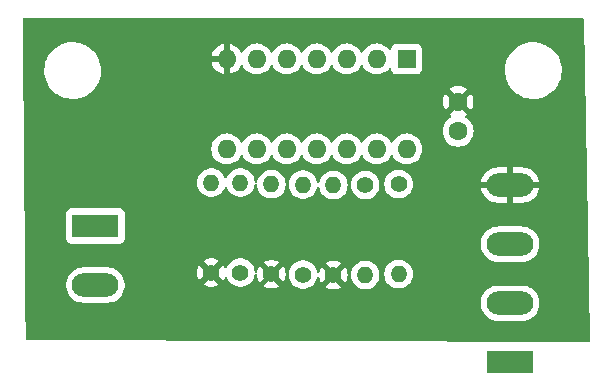
<source format=gbr>
%TF.GenerationSoftware,KiCad,Pcbnew,7.0.8*%
%TF.CreationDate,2024-05-03T13:39:42+02:00*%
%TF.ProjectId,menelaos-fix,6d656e65-6c61-46f7-932d-6669782e6b69,rev?*%
%TF.SameCoordinates,Original*%
%TF.FileFunction,Copper,L2,Bot*%
%TF.FilePolarity,Positive*%
%FSLAX46Y46*%
G04 Gerber Fmt 4.6, Leading zero omitted, Abs format (unit mm)*
G04 Created by KiCad (PCBNEW 7.0.8) date 2024-05-03 13:39:42*
%MOMM*%
%LPD*%
G01*
G04 APERTURE LIST*
%TA.AperFunction,ComponentPad*%
%ADD10C,1.400000*%
%TD*%
%TA.AperFunction,ComponentPad*%
%ADD11O,1.400000X1.400000*%
%TD*%
%TA.AperFunction,ComponentPad*%
%ADD12R,3.960000X1.980000*%
%TD*%
%TA.AperFunction,ComponentPad*%
%ADD13O,3.960000X1.980000*%
%TD*%
%TA.AperFunction,ComponentPad*%
%ADD14C,1.600000*%
%TD*%
%TA.AperFunction,ComponentPad*%
%ADD15R,1.600000X1.600000*%
%TD*%
%TA.AperFunction,ComponentPad*%
%ADD16O,1.600000X1.600000*%
%TD*%
G04 APERTURE END LIST*
D10*
%TO.P,R101,1*%
%TO.N,+6V*%
X223060000Y-74590000D03*
D11*
%TO.P,R101,2*%
%TO.N,/12V_IN*%
X223060000Y-82210000D03*
%TD*%
D12*
%TO.P,J101,1,Pin_1*%
%TO.N,/12V_IN*%
X232500000Y-89670000D03*
D13*
%TO.P,J101,2,Pin_2*%
%TO.N,/ch_A-IN*%
X232500000Y-84670000D03*
%TO.P,J101,3,Pin_3*%
%TO.N,/ch_B-IN*%
X232500000Y-79670000D03*
%TO.P,J101,4,Pin_4*%
%TO.N,GND*%
X232500000Y-74670000D03*
%TD*%
D14*
%TO.P,C101,1*%
%TO.N,+6V*%
X228100000Y-70110000D03*
%TO.P,C101,2*%
%TO.N,GND*%
X228100000Y-67610000D03*
%TD*%
D10*
%TO.P,R105,1*%
%TO.N,/ch_A-IN*%
X214970000Y-82250000D03*
D11*
%TO.P,R105,2*%
%TO.N,/SCHMITT_A_IN*%
X214970000Y-74630000D03*
%TD*%
D10*
%TO.P,R103,1*%
%TO.N,GND*%
X217550000Y-82290000D03*
D11*
%TO.P,R103,2*%
%TO.N,+6V*%
X217550000Y-74670000D03*
%TD*%
D15*
%TO.P,U101,1*%
%TO.N,/SCHMITT_A_IN*%
X223750000Y-63990000D03*
D16*
%TO.P,U101,2*%
%TO.N,/ch_A-OUT*%
X221210000Y-63990000D03*
%TO.P,U101,3*%
%TO.N,/SCHMITT_B_IN*%
X218670000Y-63990000D03*
%TO.P,U101,4*%
%TO.N,/ch_B-OUT*%
X216130000Y-63990000D03*
%TO.P,U101,5*%
%TO.N,unconnected-(U101-Pad5)*%
X213590000Y-63990000D03*
%TO.P,U101,6*%
%TO.N,unconnected-(U101-Pad6)*%
X211050000Y-63990000D03*
%TO.P,U101,7,GND*%
%TO.N,GND*%
X208510000Y-63990000D03*
%TO.P,U101,8*%
%TO.N,unconnected-(U101-Pad8)*%
X208510000Y-71610000D03*
%TO.P,U101,9*%
%TO.N,unconnected-(U101-Pad9)*%
X211050000Y-71610000D03*
%TO.P,U101,10*%
%TO.N,unconnected-(U101-Pad10)*%
X213590000Y-71610000D03*
%TO.P,U101,11*%
%TO.N,unconnected-(U101-Pad11)*%
X216130000Y-71610000D03*
%TO.P,U101,12*%
%TO.N,unconnected-(U101-Pad12)*%
X218670000Y-71610000D03*
%TO.P,U101,13*%
%TO.N,unconnected-(U101-Pad13)*%
X221210000Y-71610000D03*
%TO.P,U101,14,VCC*%
%TO.N,+6V*%
X223750000Y-71610000D03*
%TD*%
D10*
%TO.P,R102,1*%
%TO.N,+6V*%
X220240000Y-74660000D03*
D11*
%TO.P,R102,2*%
%TO.N,/12V_IN*%
X220240000Y-82280000D03*
%TD*%
D12*
%TO.P,J102,1,Pin_1*%
%TO.N,/ch_A-OUT*%
X197400000Y-78140000D03*
D13*
%TO.P,J102,2,Pin_2*%
%TO.N,/ch_B-OUT*%
X197400000Y-83140000D03*
%TD*%
D10*
%TO.P,R104,1*%
%TO.N,/ch_B-IN*%
X209670000Y-82080000D03*
D11*
%TO.P,R104,2*%
%TO.N,/SCHMITT_B_IN*%
X209670000Y-74460000D03*
%TD*%
D10*
%TO.P,R107,1*%
%TO.N,GND*%
X212300000Y-82220000D03*
D11*
%TO.P,R107,2*%
%TO.N,/SCHMITT_A_IN*%
X212300000Y-74600000D03*
%TD*%
D10*
%TO.P,R106,1*%
%TO.N,GND*%
X207200000Y-82090000D03*
D11*
%TO.P,R106,2*%
%TO.N,/SCHMITT_B_IN*%
X207200000Y-74470000D03*
%TD*%
%TA.AperFunction,Conductor*%
%TO.N,GND*%
G36*
X238695273Y-60519685D02*
G01*
X238741028Y-60572489D01*
X238752213Y-60621743D01*
X238989050Y-73647761D01*
X239247692Y-87873083D01*
X239229229Y-87940469D01*
X239177265Y-87987176D01*
X239123063Y-87999335D01*
X191622224Y-87750639D01*
X191555288Y-87730604D01*
X191509810Y-87677561D01*
X191498878Y-87627782D01*
X191472876Y-84793504D01*
X230019500Y-84793504D01*
X230060157Y-85037153D01*
X230140359Y-85270771D01*
X230140362Y-85270780D01*
X230257928Y-85488022D01*
X230257932Y-85488028D01*
X230409639Y-85682941D01*
X230409641Y-85682943D01*
X230409645Y-85682948D01*
X230591379Y-85850245D01*
X230798169Y-85985348D01*
X231024377Y-86084572D01*
X231263831Y-86145210D01*
X231448355Y-86160500D01*
X231448357Y-86160500D01*
X233551643Y-86160500D01*
X233551645Y-86160500D01*
X233736169Y-86145210D01*
X233975623Y-86084572D01*
X234201831Y-85985348D01*
X234408621Y-85850245D01*
X234590355Y-85682948D01*
X234742073Y-85488020D01*
X234859638Y-85270779D01*
X234939843Y-85037150D01*
X234980500Y-84793506D01*
X234980500Y-84546494D01*
X234939843Y-84302850D01*
X234859638Y-84069221D01*
X234742073Y-83851980D01*
X234742071Y-83851977D01*
X234742067Y-83851971D01*
X234590360Y-83657058D01*
X234590357Y-83657055D01*
X234590355Y-83657052D01*
X234408621Y-83489755D01*
X234408618Y-83489753D01*
X234408617Y-83489752D01*
X234301853Y-83420000D01*
X234201831Y-83354652D01*
X234201828Y-83354650D01*
X234201827Y-83354650D01*
X233975623Y-83255428D01*
X233913187Y-83239617D01*
X233736169Y-83194790D01*
X233736168Y-83194789D01*
X233736165Y-83194789D01*
X233588297Y-83182537D01*
X233551645Y-83179500D01*
X231448355Y-83179500D01*
X231415014Y-83182262D01*
X231263834Y-83194789D01*
X231024376Y-83255428D01*
X230798172Y-83354650D01*
X230591382Y-83489752D01*
X230409642Y-83657055D01*
X230409639Y-83657058D01*
X230257932Y-83851971D01*
X230257928Y-83851977D01*
X230140362Y-84069219D01*
X230140359Y-84069228D01*
X230060157Y-84302846D01*
X230019500Y-84546495D01*
X230019500Y-84793504D01*
X191472876Y-84793504D01*
X191458839Y-83263506D01*
X194919500Y-83263506D01*
X194923921Y-83290000D01*
X194960157Y-83507153D01*
X195040359Y-83740771D01*
X195040362Y-83740780D01*
X195157928Y-83958022D01*
X195157932Y-83958028D01*
X195309639Y-84152941D01*
X195309641Y-84152943D01*
X195309645Y-84152948D01*
X195491379Y-84320245D01*
X195698169Y-84455348D01*
X195924377Y-84554572D01*
X196163831Y-84615210D01*
X196348355Y-84630500D01*
X196348357Y-84630500D01*
X198451643Y-84630500D01*
X198451645Y-84630500D01*
X198636169Y-84615210D01*
X198875623Y-84554572D01*
X199101831Y-84455348D01*
X199308621Y-84320245D01*
X199490355Y-84152948D01*
X199642073Y-83958020D01*
X199759638Y-83740779D01*
X199839843Y-83507150D01*
X199880500Y-83263506D01*
X199880500Y-83096880D01*
X206546672Y-83096880D01*
X206662821Y-83168797D01*
X206662822Y-83168798D01*
X206870195Y-83249134D01*
X207088807Y-83290000D01*
X207311193Y-83290000D01*
X207529809Y-83249133D01*
X207737168Y-83168801D01*
X207737181Y-83168795D01*
X207853326Y-83096879D01*
X207200001Y-82443553D01*
X207200000Y-82443553D01*
X206546672Y-83096879D01*
X206546672Y-83096880D01*
X199880500Y-83096880D01*
X199880500Y-83016494D01*
X199839843Y-82772850D01*
X199759638Y-82539221D01*
X199642073Y-82321980D01*
X199642071Y-82321977D01*
X199642067Y-82321971D01*
X199490360Y-82127058D01*
X199490357Y-82127055D01*
X199490355Y-82127052D01*
X199450106Y-82090000D01*
X205994859Y-82090000D01*
X206015378Y-82311439D01*
X206076240Y-82525350D01*
X206175369Y-82724428D01*
X206191137Y-82745308D01*
X206191138Y-82745308D01*
X206817145Y-82119302D01*
X206846372Y-82119302D01*
X206875047Y-82232538D01*
X206938936Y-82330327D01*
X207031115Y-82402072D01*
X207141595Y-82440000D01*
X207229005Y-82440000D01*
X207315216Y-82425614D01*
X207417947Y-82370019D01*
X207497060Y-82284079D01*
X207543982Y-82177108D01*
X207551200Y-82090000D01*
X207553553Y-82090000D01*
X208208861Y-82745308D01*
X208224631Y-82724425D01*
X208224636Y-82724418D01*
X208326210Y-82520429D01*
X208373712Y-82469192D01*
X208441375Y-82451770D01*
X208507716Y-82473695D01*
X208548210Y-82520428D01*
X208644938Y-82714683D01*
X208644943Y-82714691D01*
X208779020Y-82892238D01*
X208943437Y-83042123D01*
X208943439Y-83042125D01*
X209132595Y-83159245D01*
X209132596Y-83159245D01*
X209132599Y-83159247D01*
X209340060Y-83239618D01*
X209558757Y-83280500D01*
X209558759Y-83280500D01*
X209781241Y-83280500D01*
X209781243Y-83280500D01*
X209999940Y-83239618D01*
X210032820Y-83226880D01*
X211646672Y-83226880D01*
X211762821Y-83298797D01*
X211762822Y-83298798D01*
X211970195Y-83379134D01*
X212188807Y-83420000D01*
X212411193Y-83420000D01*
X212629809Y-83379133D01*
X212837168Y-83298801D01*
X212837181Y-83298795D01*
X212953326Y-83226879D01*
X212300001Y-82573553D01*
X212300000Y-82573553D01*
X211646672Y-83226879D01*
X211646672Y-83226880D01*
X210032820Y-83226880D01*
X210207401Y-83159247D01*
X210396562Y-83042124D01*
X210560981Y-82892236D01*
X210695058Y-82714689D01*
X210794229Y-82515528D01*
X210855115Y-82301536D01*
X210855292Y-82299616D01*
X210855634Y-82298755D01*
X210856169Y-82295898D01*
X210856727Y-82296002D01*
X210881072Y-82234679D01*
X210937868Y-82193986D01*
X211007649Y-82190459D01*
X211068259Y-82225218D01*
X211100455Y-82287228D01*
X211102235Y-82299606D01*
X211115378Y-82441439D01*
X211176240Y-82655350D01*
X211275369Y-82854428D01*
X211291137Y-82875308D01*
X211291138Y-82875308D01*
X211917145Y-82249302D01*
X211946372Y-82249302D01*
X211975047Y-82362538D01*
X212038936Y-82460327D01*
X212131115Y-82532072D01*
X212241595Y-82570000D01*
X212329005Y-82570000D01*
X212415216Y-82555614D01*
X212517947Y-82500019D01*
X212597060Y-82414079D01*
X212643982Y-82307108D01*
X212651200Y-82220000D01*
X212653553Y-82220000D01*
X213308861Y-82875308D01*
X213324631Y-82854425D01*
X213324633Y-82854422D01*
X213423759Y-82655350D01*
X213484621Y-82441439D01*
X213502361Y-82250000D01*
X213764357Y-82250000D01*
X213784884Y-82471535D01*
X213784885Y-82471537D01*
X213845769Y-82685523D01*
X213845775Y-82685538D01*
X213944938Y-82884683D01*
X213944943Y-82884691D01*
X214079020Y-83062238D01*
X214243437Y-83212123D01*
X214243439Y-83212125D01*
X214432595Y-83329245D01*
X214432596Y-83329245D01*
X214432599Y-83329247D01*
X214640060Y-83409618D01*
X214858757Y-83450500D01*
X214858759Y-83450500D01*
X215081241Y-83450500D01*
X215081243Y-83450500D01*
X215299940Y-83409618D01*
X215507401Y-83329247D01*
X215559676Y-83296880D01*
X216896672Y-83296880D01*
X217012821Y-83368797D01*
X217012822Y-83368798D01*
X217220195Y-83449134D01*
X217438807Y-83490000D01*
X217661193Y-83490000D01*
X217879809Y-83449133D01*
X218087168Y-83368801D01*
X218087181Y-83368795D01*
X218203326Y-83296879D01*
X217550001Y-82643553D01*
X217550000Y-82643553D01*
X216896672Y-83296879D01*
X216896672Y-83296880D01*
X215559676Y-83296880D01*
X215696562Y-83212124D01*
X215860981Y-83062236D01*
X215995058Y-82884689D01*
X216094229Y-82685528D01*
X216135303Y-82541164D01*
X216172582Y-82482073D01*
X216235891Y-82452515D01*
X216305131Y-82461877D01*
X216358317Y-82507186D01*
X216373836Y-82541166D01*
X216426240Y-82725350D01*
X216525369Y-82924428D01*
X216541137Y-82945308D01*
X216541138Y-82945308D01*
X217167145Y-82319302D01*
X217196372Y-82319302D01*
X217225047Y-82432538D01*
X217288936Y-82530327D01*
X217381115Y-82602072D01*
X217491595Y-82640000D01*
X217579005Y-82640000D01*
X217665216Y-82625614D01*
X217767947Y-82570019D01*
X217847060Y-82484079D01*
X217893982Y-82377108D01*
X217901200Y-82290000D01*
X217903553Y-82290000D01*
X218558861Y-82945308D01*
X218574631Y-82924425D01*
X218574633Y-82924422D01*
X218673759Y-82725350D01*
X218734621Y-82511439D01*
X218755141Y-82290000D01*
X218755141Y-82289999D01*
X218754214Y-82280000D01*
X219034357Y-82280000D01*
X219054884Y-82501535D01*
X219054885Y-82501537D01*
X219115769Y-82715523D01*
X219115775Y-82715538D01*
X219214938Y-82914683D01*
X219214943Y-82914691D01*
X219349020Y-83092238D01*
X219513437Y-83242123D01*
X219513439Y-83242125D01*
X219702595Y-83359245D01*
X219702596Y-83359245D01*
X219702599Y-83359247D01*
X219910060Y-83439618D01*
X220128757Y-83480500D01*
X220128759Y-83480500D01*
X220351241Y-83480500D01*
X220351243Y-83480500D01*
X220569940Y-83439618D01*
X220777401Y-83359247D01*
X220966562Y-83242124D01*
X221130981Y-83092236D01*
X221265058Y-82914689D01*
X221364229Y-82715528D01*
X221425115Y-82501536D01*
X221445643Y-82280000D01*
X221443854Y-82260698D01*
X221439156Y-82210000D01*
X221854357Y-82210000D01*
X221874884Y-82431535D01*
X221874885Y-82431537D01*
X221935769Y-82645523D01*
X221935775Y-82645538D01*
X222034938Y-82844683D01*
X222034943Y-82844691D01*
X222169020Y-83022238D01*
X222245805Y-83092236D01*
X222329788Y-83168797D01*
X222333437Y-83172123D01*
X222333439Y-83172125D01*
X222522595Y-83289245D01*
X222522596Y-83289245D01*
X222522599Y-83289247D01*
X222730060Y-83369618D01*
X222948757Y-83410500D01*
X222948759Y-83410500D01*
X223171241Y-83410500D01*
X223171243Y-83410500D01*
X223389940Y-83369618D01*
X223597401Y-83289247D01*
X223786562Y-83172124D01*
X223950981Y-83022236D01*
X224085058Y-82844689D01*
X224184229Y-82645528D01*
X224245115Y-82431536D01*
X224265643Y-82210000D01*
X224263854Y-82190698D01*
X224245115Y-81988464D01*
X224245114Y-81988462D01*
X224242613Y-81979673D01*
X224184229Y-81774472D01*
X224184224Y-81774461D01*
X224085061Y-81575316D01*
X224085056Y-81575308D01*
X223950979Y-81397761D01*
X223786562Y-81247876D01*
X223786560Y-81247874D01*
X223597404Y-81130754D01*
X223597398Y-81130752D01*
X223570630Y-81120382D01*
X223389940Y-81050382D01*
X223171243Y-81009500D01*
X222948757Y-81009500D01*
X222730060Y-81050382D01*
X222598864Y-81101207D01*
X222522601Y-81130752D01*
X222522595Y-81130754D01*
X222333439Y-81247874D01*
X222333437Y-81247876D01*
X222169020Y-81397761D01*
X222034943Y-81575308D01*
X222034938Y-81575316D01*
X221935775Y-81774461D01*
X221935769Y-81774476D01*
X221874885Y-81988462D01*
X221874884Y-81988464D01*
X221854357Y-82209999D01*
X221854357Y-82210000D01*
X221439156Y-82210000D01*
X221425115Y-82058464D01*
X221425114Y-82058462D01*
X221424961Y-82057925D01*
X221364229Y-81844472D01*
X221349291Y-81814472D01*
X221265061Y-81645316D01*
X221265056Y-81645308D01*
X221130979Y-81467761D01*
X220966562Y-81317876D01*
X220966560Y-81317874D01*
X220777404Y-81200754D01*
X220777398Y-81200752D01*
X220569940Y-81120382D01*
X220351243Y-81079500D01*
X220128757Y-81079500D01*
X219910060Y-81120382D01*
X219856318Y-81141202D01*
X219702601Y-81200752D01*
X219702595Y-81200754D01*
X219513439Y-81317874D01*
X219513437Y-81317876D01*
X219349020Y-81467761D01*
X219214943Y-81645308D01*
X219214938Y-81645316D01*
X219115775Y-81844461D01*
X219115769Y-81844476D01*
X219054885Y-82058462D01*
X219054884Y-82058464D01*
X219034357Y-82279999D01*
X219034357Y-82280000D01*
X218754214Y-82280000D01*
X218734621Y-82068560D01*
X218673759Y-81854649D01*
X218574635Y-81655580D01*
X218574630Y-81655572D01*
X218558860Y-81634690D01*
X217903553Y-82289999D01*
X217903553Y-82290000D01*
X217901200Y-82290000D01*
X217903628Y-82260698D01*
X217874953Y-82147462D01*
X217811064Y-82049673D01*
X217718885Y-81977928D01*
X217608405Y-81940000D01*
X217520995Y-81940000D01*
X217434784Y-81954386D01*
X217332053Y-82009981D01*
X217252940Y-82095921D01*
X217206018Y-82202892D01*
X217196372Y-82319302D01*
X217167145Y-82319302D01*
X217196447Y-82290000D01*
X216541138Y-81634691D01*
X216541137Y-81634691D01*
X216525368Y-81655574D01*
X216426239Y-81854651D01*
X216426236Y-81854657D01*
X216385216Y-81998832D01*
X216347937Y-82057925D01*
X216284628Y-82087483D01*
X216215388Y-82078121D01*
X216162202Y-82032812D01*
X216146684Y-81998832D01*
X216128934Y-81936447D01*
X216094229Y-81814472D01*
X216079379Y-81784649D01*
X215995061Y-81615316D01*
X215995056Y-81615308D01*
X215860979Y-81437761D01*
X215696562Y-81287876D01*
X215696560Y-81287874D01*
X215688880Y-81283119D01*
X216896671Y-81283119D01*
X217550000Y-81936447D01*
X217550001Y-81936447D01*
X218203327Y-81283119D01*
X218087178Y-81211202D01*
X218087177Y-81211201D01*
X217879804Y-81130865D01*
X217661193Y-81090000D01*
X217438807Y-81090000D01*
X217220195Y-81130865D01*
X217012824Y-81211200D01*
X217012823Y-81211201D01*
X216896671Y-81283119D01*
X215688880Y-81283119D01*
X215507404Y-81170754D01*
X215507398Y-81170752D01*
X215299940Y-81090382D01*
X215081243Y-81049500D01*
X214858757Y-81049500D01*
X214640060Y-81090382D01*
X214535853Y-81130752D01*
X214432601Y-81170752D01*
X214432595Y-81170754D01*
X214243439Y-81287874D01*
X214243437Y-81287876D01*
X214079020Y-81437761D01*
X213944943Y-81615308D01*
X213944938Y-81615316D01*
X213845775Y-81814461D01*
X213845769Y-81814476D01*
X213784885Y-82028462D01*
X213784884Y-82028464D01*
X213764357Y-82249999D01*
X213764357Y-82250000D01*
X213502361Y-82250000D01*
X213505141Y-82220000D01*
X213505141Y-82219999D01*
X213484621Y-81998560D01*
X213423759Y-81784649D01*
X213324635Y-81585580D01*
X213324630Y-81585572D01*
X213308860Y-81564690D01*
X212653553Y-82219999D01*
X212653553Y-82220000D01*
X212651200Y-82220000D01*
X212653628Y-82190698D01*
X212624953Y-82077462D01*
X212561064Y-81979673D01*
X212468885Y-81907928D01*
X212358405Y-81870000D01*
X212270995Y-81870000D01*
X212184784Y-81884386D01*
X212082053Y-81939981D01*
X212002940Y-82025921D01*
X211956018Y-82132892D01*
X211946372Y-82249302D01*
X211917145Y-82249302D01*
X211946447Y-82220000D01*
X211291138Y-81564691D01*
X211291137Y-81564691D01*
X211275368Y-81585574D01*
X211176240Y-81784649D01*
X211115377Y-81998562D01*
X211115207Y-82000405D01*
X211114878Y-82001230D01*
X211114325Y-82004194D01*
X211113745Y-82004085D01*
X211089415Y-82065340D01*
X211032611Y-82106023D01*
X210962830Y-82109536D01*
X210902226Y-82074766D01*
X210870042Y-82012750D01*
X210868267Y-82000404D01*
X210855115Y-81858464D01*
X210794229Y-81644472D01*
X210789359Y-81634691D01*
X210695061Y-81445316D01*
X210695056Y-81445308D01*
X210560979Y-81267761D01*
X210501039Y-81213119D01*
X211646671Y-81213119D01*
X212300000Y-81866447D01*
X212300001Y-81866447D01*
X212953327Y-81213119D01*
X212837178Y-81141202D01*
X212837177Y-81141201D01*
X212629804Y-81060865D01*
X212411193Y-81020000D01*
X212188807Y-81020000D01*
X211970195Y-81060865D01*
X211762824Y-81141200D01*
X211762823Y-81141201D01*
X211646671Y-81213119D01*
X210501039Y-81213119D01*
X210396562Y-81117876D01*
X210396560Y-81117874D01*
X210207404Y-81000754D01*
X210207398Y-81000752D01*
X209999940Y-80920382D01*
X209781243Y-80879500D01*
X209558757Y-80879500D01*
X209340060Y-80920382D01*
X209208864Y-80971207D01*
X209132601Y-81000752D01*
X209132595Y-81000754D01*
X208943439Y-81117874D01*
X208943437Y-81117876D01*
X208779020Y-81267761D01*
X208644943Y-81445308D01*
X208644938Y-81445316D01*
X208543231Y-81649571D01*
X208495728Y-81700808D01*
X208428065Y-81718229D01*
X208361725Y-81696303D01*
X208321231Y-81649571D01*
X208224635Y-81455580D01*
X208224630Y-81455572D01*
X208208860Y-81434690D01*
X207553553Y-82089999D01*
X207553553Y-82090000D01*
X207551200Y-82090000D01*
X207553628Y-82060698D01*
X207524953Y-81947462D01*
X207461064Y-81849673D01*
X207368885Y-81777928D01*
X207258405Y-81740000D01*
X207170995Y-81740000D01*
X207084784Y-81754386D01*
X206982053Y-81809981D01*
X206902940Y-81895921D01*
X206856018Y-82002892D01*
X206846372Y-82119302D01*
X206817145Y-82119302D01*
X206846447Y-82090000D01*
X206191138Y-81434691D01*
X206191137Y-81434691D01*
X206175368Y-81455574D01*
X206076240Y-81654649D01*
X206015378Y-81868560D01*
X205994859Y-82089999D01*
X205994859Y-82090000D01*
X199450106Y-82090000D01*
X199308621Y-81959755D01*
X199308618Y-81959753D01*
X199308617Y-81959752D01*
X199169037Y-81868560D01*
X199101831Y-81824652D01*
X199101828Y-81824650D01*
X199101827Y-81824650D01*
X198875623Y-81725428D01*
X198636165Y-81664789D01*
X198488297Y-81652537D01*
X198451645Y-81649500D01*
X196348355Y-81649500D01*
X196315014Y-81652262D01*
X196163834Y-81664789D01*
X195924376Y-81725428D01*
X195698172Y-81824650D01*
X195491382Y-81959752D01*
X195400512Y-82043403D01*
X195343463Y-82095921D01*
X195309642Y-82127055D01*
X195309639Y-82127058D01*
X195157932Y-82321971D01*
X195157928Y-82321977D01*
X195040362Y-82539219D01*
X195040359Y-82539228D01*
X194960157Y-82772846D01*
X194934863Y-82924428D01*
X194919500Y-83016494D01*
X194919500Y-83263506D01*
X191458839Y-83263506D01*
X191438835Y-81083119D01*
X206546671Y-81083119D01*
X207200000Y-81736447D01*
X207200001Y-81736447D01*
X207853327Y-81083119D01*
X207737178Y-81011202D01*
X207737177Y-81011201D01*
X207529804Y-80930865D01*
X207311193Y-80890000D01*
X207088807Y-80890000D01*
X206870195Y-80930865D01*
X206662824Y-81011200D01*
X206662823Y-81011201D01*
X206546671Y-81083119D01*
X191438835Y-81083119D01*
X191427004Y-79793504D01*
X230019500Y-79793504D01*
X230060157Y-80037153D01*
X230140359Y-80270771D01*
X230140362Y-80270780D01*
X230257928Y-80488022D01*
X230257932Y-80488028D01*
X230409639Y-80682941D01*
X230409641Y-80682943D01*
X230409645Y-80682948D01*
X230591379Y-80850245D01*
X230798169Y-80985348D01*
X231024377Y-81084572D01*
X231263831Y-81145210D01*
X231448355Y-81160500D01*
X231448357Y-81160500D01*
X233551643Y-81160500D01*
X233551645Y-81160500D01*
X233736169Y-81145210D01*
X233975623Y-81084572D01*
X234201831Y-80985348D01*
X234408621Y-80850245D01*
X234590355Y-80682948D01*
X234742073Y-80488020D01*
X234859638Y-80270779D01*
X234939843Y-80037150D01*
X234980500Y-79793506D01*
X234980500Y-79546494D01*
X234939843Y-79302850D01*
X234917402Y-79237483D01*
X234859640Y-79069228D01*
X234859637Y-79069219D01*
X234742071Y-78851977D01*
X234742067Y-78851971D01*
X234590360Y-78657058D01*
X234590357Y-78657055D01*
X234590355Y-78657052D01*
X234408621Y-78489755D01*
X234408618Y-78489753D01*
X234408617Y-78489752D01*
X234328659Y-78437513D01*
X234201831Y-78354652D01*
X234201828Y-78354650D01*
X234201827Y-78354650D01*
X233975623Y-78255428D01*
X233736165Y-78194789D01*
X233588297Y-78182537D01*
X233551645Y-78179500D01*
X231448355Y-78179500D01*
X231415014Y-78182262D01*
X231263834Y-78194789D01*
X231024376Y-78255428D01*
X230798172Y-78354650D01*
X230591382Y-78489752D01*
X230409642Y-78657055D01*
X230409639Y-78657058D01*
X230257932Y-78851971D01*
X230257928Y-78851977D01*
X230140362Y-79069219D01*
X230140359Y-79069228D01*
X230060157Y-79302846D01*
X230019500Y-79546495D01*
X230019500Y-79793504D01*
X191427004Y-79793504D01*
X191421356Y-79177870D01*
X194919500Y-79177870D01*
X194919501Y-79177876D01*
X194925908Y-79237483D01*
X194976202Y-79372328D01*
X194976206Y-79372335D01*
X195062452Y-79487544D01*
X195062455Y-79487547D01*
X195177664Y-79573793D01*
X195177671Y-79573797D01*
X195312517Y-79624091D01*
X195312516Y-79624091D01*
X195319444Y-79624835D01*
X195372127Y-79630500D01*
X199427872Y-79630499D01*
X199487483Y-79624091D01*
X199622331Y-79573796D01*
X199737546Y-79487546D01*
X199823796Y-79372331D01*
X199874091Y-79237483D01*
X199880500Y-79177873D01*
X199880499Y-77102128D01*
X199874091Y-77042517D01*
X199823796Y-76907669D01*
X199823795Y-76907668D01*
X199823793Y-76907664D01*
X199737547Y-76792455D01*
X199737544Y-76792452D01*
X199622335Y-76706206D01*
X199622328Y-76706202D01*
X199487482Y-76655908D01*
X199487483Y-76655908D01*
X199427883Y-76649501D01*
X199427881Y-76649500D01*
X199427873Y-76649500D01*
X199427864Y-76649500D01*
X195372129Y-76649500D01*
X195372123Y-76649501D01*
X195312516Y-76655908D01*
X195177671Y-76706202D01*
X195177664Y-76706206D01*
X195062455Y-76792452D01*
X195062452Y-76792455D01*
X194976206Y-76907664D01*
X194976202Y-76907671D01*
X194925908Y-77042517D01*
X194919501Y-77102116D01*
X194919501Y-77102123D01*
X194919500Y-77102135D01*
X194919500Y-79177870D01*
X191421356Y-79177870D01*
X191378165Y-74470000D01*
X205994357Y-74470000D01*
X206014884Y-74691535D01*
X206014885Y-74691537D01*
X206075769Y-74905523D01*
X206075775Y-74905538D01*
X206174938Y-75104683D01*
X206174943Y-75104691D01*
X206309020Y-75282238D01*
X206473437Y-75432123D01*
X206473439Y-75432125D01*
X206662595Y-75549245D01*
X206662596Y-75549245D01*
X206662599Y-75549247D01*
X206870060Y-75629618D01*
X207088757Y-75670500D01*
X207088759Y-75670500D01*
X207311241Y-75670500D01*
X207311243Y-75670500D01*
X207529940Y-75629618D01*
X207737401Y-75549247D01*
X207926562Y-75432124D01*
X208090981Y-75282236D01*
X208225058Y-75104689D01*
X208324229Y-74905528D01*
X208324229Y-74905527D01*
X208326489Y-74900989D01*
X208373992Y-74849751D01*
X208441654Y-74832330D01*
X208507995Y-74854255D01*
X208548489Y-74900988D01*
X208644938Y-75094683D01*
X208644943Y-75094691D01*
X208779020Y-75272238D01*
X208943437Y-75422123D01*
X208943439Y-75422125D01*
X209132595Y-75539245D01*
X209132596Y-75539245D01*
X209132599Y-75539247D01*
X209340060Y-75619618D01*
X209558757Y-75660500D01*
X209558759Y-75660500D01*
X209781241Y-75660500D01*
X209781243Y-75660500D01*
X209999940Y-75619618D01*
X210207401Y-75539247D01*
X210396562Y-75422124D01*
X210560981Y-75272236D01*
X210695058Y-75094689D01*
X210794229Y-74895528D01*
X210855115Y-74681536D01*
X210855115Y-74681527D01*
X210856169Y-74675898D01*
X210857495Y-74676146D01*
X210880818Y-74617392D01*
X210937613Y-74576697D01*
X211007394Y-74573168D01*
X211068005Y-74607926D01*
X211100203Y-74669934D01*
X211101984Y-74682316D01*
X211108269Y-74750138D01*
X211113958Y-74811537D01*
X211114885Y-74821535D01*
X211114885Y-74821537D01*
X211175769Y-75035523D01*
X211175775Y-75035538D01*
X211274938Y-75234683D01*
X211274943Y-75234691D01*
X211409020Y-75412238D01*
X211573437Y-75562123D01*
X211573439Y-75562125D01*
X211762595Y-75679245D01*
X211762596Y-75679245D01*
X211762599Y-75679247D01*
X211970060Y-75759618D01*
X212188757Y-75800500D01*
X212188759Y-75800500D01*
X212411241Y-75800500D01*
X212411243Y-75800500D01*
X212629940Y-75759618D01*
X212837401Y-75679247D01*
X213026562Y-75562124D01*
X213180133Y-75422125D01*
X213190979Y-75412238D01*
X213198533Y-75402236D01*
X213325058Y-75234689D01*
X213424229Y-75035528D01*
X213485115Y-74821536D01*
X213502863Y-74630000D01*
X213764357Y-74630000D01*
X213784884Y-74851535D01*
X213784885Y-74851537D01*
X213845769Y-75065523D01*
X213845775Y-75065538D01*
X213944938Y-75264683D01*
X213944943Y-75264691D01*
X214079020Y-75442238D01*
X214243437Y-75592123D01*
X214243439Y-75592125D01*
X214432595Y-75709245D01*
X214432596Y-75709245D01*
X214432599Y-75709247D01*
X214640060Y-75789618D01*
X214858757Y-75830500D01*
X214858759Y-75830500D01*
X215081241Y-75830500D01*
X215081243Y-75830500D01*
X215299940Y-75789618D01*
X215507401Y-75709247D01*
X215696562Y-75592124D01*
X215860981Y-75442236D01*
X215995058Y-75264689D01*
X216094229Y-75065528D01*
X216135043Y-74922078D01*
X216172322Y-74862987D01*
X216235631Y-74833429D01*
X216304871Y-74842791D01*
X216358057Y-74888100D01*
X216373575Y-74922079D01*
X216425770Y-75105525D01*
X216425775Y-75105538D01*
X216524938Y-75304683D01*
X216524943Y-75304691D01*
X216659020Y-75482238D01*
X216823437Y-75632123D01*
X216823439Y-75632125D01*
X217012595Y-75749245D01*
X217012596Y-75749245D01*
X217012599Y-75749247D01*
X217220060Y-75829618D01*
X217438757Y-75870500D01*
X217438759Y-75870500D01*
X217661241Y-75870500D01*
X217661243Y-75870500D01*
X217879940Y-75829618D01*
X218087401Y-75749247D01*
X218276562Y-75632124D01*
X218440981Y-75482236D01*
X218575058Y-75304689D01*
X218674229Y-75105528D01*
X218735115Y-74891536D01*
X218755643Y-74670000D01*
X218754716Y-74660000D01*
X219034357Y-74660000D01*
X219054884Y-74881535D01*
X219054885Y-74881537D01*
X219115769Y-75095523D01*
X219115775Y-75095538D01*
X219214938Y-75294683D01*
X219214943Y-75294691D01*
X219349020Y-75472238D01*
X219513437Y-75622123D01*
X219513439Y-75622125D01*
X219702595Y-75739245D01*
X219702596Y-75739245D01*
X219702599Y-75739247D01*
X219910060Y-75819618D01*
X220128757Y-75860500D01*
X220128759Y-75860500D01*
X220351241Y-75860500D01*
X220351243Y-75860500D01*
X220569940Y-75819618D01*
X220777401Y-75739247D01*
X220966562Y-75622124D01*
X221130981Y-75472236D01*
X221265058Y-75294689D01*
X221364229Y-75095528D01*
X221425115Y-74881536D01*
X221445643Y-74660000D01*
X221439157Y-74590000D01*
X221854357Y-74590000D01*
X221874884Y-74811535D01*
X221874885Y-74811537D01*
X221935769Y-75025523D01*
X221935775Y-75025538D01*
X222034938Y-75224683D01*
X222034943Y-75224691D01*
X222169020Y-75402238D01*
X222333437Y-75552123D01*
X222333439Y-75552125D01*
X222522595Y-75669245D01*
X222522596Y-75669245D01*
X222522599Y-75669247D01*
X222730060Y-75749618D01*
X222948757Y-75790500D01*
X222948759Y-75790500D01*
X223171241Y-75790500D01*
X223171243Y-75790500D01*
X223389940Y-75749618D01*
X223597401Y-75669247D01*
X223786562Y-75552124D01*
X223950981Y-75402236D01*
X224085058Y-75224689D01*
X224184229Y-75025528D01*
X224245115Y-74811536D01*
X224265643Y-74590000D01*
X224256082Y-74486824D01*
X224249890Y-74419999D01*
X230041114Y-74419999D01*
X230041116Y-74420000D01*
X231885832Y-74420000D01*
X231878357Y-74434242D01*
X231840000Y-74589862D01*
X231840000Y-74750138D01*
X231878357Y-74905758D01*
X231885832Y-74920000D01*
X230041115Y-74920000D01*
X230060643Y-75037029D01*
X230140818Y-75270570D01*
X230140821Y-75270578D01*
X230258348Y-75487748D01*
X230258352Y-75487754D01*
X230410008Y-75682601D01*
X230410011Y-75682605D01*
X230591688Y-75849851D01*
X230798408Y-75984907D01*
X231024539Y-76084098D01*
X231263909Y-76144715D01*
X231448369Y-76160000D01*
X232250000Y-76160000D01*
X232250000Y-75281057D01*
X232340892Y-75315528D01*
X232460081Y-75330000D01*
X232539919Y-75330000D01*
X232659108Y-75315528D01*
X232750000Y-75281057D01*
X232750000Y-76160000D01*
X233551631Y-76160000D01*
X233736090Y-76144715D01*
X233975460Y-76084098D01*
X234201591Y-75984907D01*
X234408311Y-75849851D01*
X234589988Y-75682605D01*
X234589991Y-75682601D01*
X234741647Y-75487754D01*
X234741651Y-75487748D01*
X234859178Y-75270578D01*
X234859181Y-75270570D01*
X234939356Y-75037029D01*
X234958885Y-74920000D01*
X233114168Y-74920000D01*
X233121643Y-74905758D01*
X233160000Y-74750138D01*
X233160000Y-74589862D01*
X233121643Y-74434242D01*
X233114168Y-74420000D01*
X234958884Y-74420000D01*
X234958885Y-74419999D01*
X234939356Y-74302970D01*
X234859181Y-74069429D01*
X234859178Y-74069421D01*
X234741651Y-73852251D01*
X234741647Y-73852245D01*
X234589991Y-73657398D01*
X234589988Y-73657394D01*
X234408311Y-73490148D01*
X234201591Y-73355092D01*
X233975460Y-73255901D01*
X233736090Y-73195284D01*
X233551631Y-73180000D01*
X232750000Y-73180000D01*
X232750000Y-74058942D01*
X232659108Y-74024472D01*
X232539919Y-74010000D01*
X232460081Y-74010000D01*
X232340892Y-74024472D01*
X232250000Y-74058942D01*
X232250000Y-73180000D01*
X231448369Y-73180000D01*
X231263909Y-73195284D01*
X231024539Y-73255901D01*
X230798408Y-73355092D01*
X230591688Y-73490148D01*
X230410011Y-73657394D01*
X230410008Y-73657398D01*
X230258352Y-73852245D01*
X230258348Y-73852251D01*
X230140821Y-74069421D01*
X230140818Y-74069429D01*
X230060643Y-74302970D01*
X230041114Y-74419999D01*
X224249890Y-74419999D01*
X224245115Y-74368464D01*
X224245114Y-74368462D01*
X224206991Y-74234474D01*
X224184229Y-74154472D01*
X224184224Y-74154461D01*
X224085061Y-73955316D01*
X224085056Y-73955308D01*
X223950979Y-73777761D01*
X223786562Y-73627876D01*
X223786560Y-73627874D01*
X223597404Y-73510754D01*
X223597398Y-73510752D01*
X223596443Y-73510382D01*
X223389940Y-73430382D01*
X223171243Y-73389500D01*
X222948757Y-73389500D01*
X222730060Y-73430382D01*
X222598864Y-73481207D01*
X222522601Y-73510752D01*
X222522595Y-73510754D01*
X222333439Y-73627874D01*
X222333437Y-73627876D01*
X222169020Y-73777761D01*
X222034943Y-73955308D01*
X222034938Y-73955316D01*
X221935775Y-74154461D01*
X221935769Y-74154476D01*
X221874885Y-74368462D01*
X221874884Y-74368464D01*
X221854357Y-74589999D01*
X221854357Y-74590000D01*
X221439157Y-74590000D01*
X221425115Y-74438464D01*
X221364229Y-74224472D01*
X221349291Y-74194472D01*
X221265061Y-74025316D01*
X221265056Y-74025308D01*
X221130979Y-73847761D01*
X220966562Y-73697876D01*
X220966560Y-73697874D01*
X220777404Y-73580754D01*
X220777398Y-73580752D01*
X220569940Y-73500382D01*
X220351243Y-73459500D01*
X220128757Y-73459500D01*
X219910060Y-73500382D01*
X219780040Y-73550752D01*
X219702601Y-73580752D01*
X219702595Y-73580754D01*
X219513439Y-73697874D01*
X219513437Y-73697876D01*
X219349020Y-73847761D01*
X219214943Y-74025308D01*
X219214938Y-74025316D01*
X219115775Y-74224461D01*
X219115769Y-74224476D01*
X219054885Y-74438462D01*
X219054884Y-74438464D01*
X219034357Y-74659999D01*
X219034357Y-74660000D01*
X218754716Y-74660000D01*
X218735115Y-74448464D01*
X218674229Y-74234472D01*
X218669250Y-74224472D01*
X218575061Y-74035316D01*
X218575056Y-74035308D01*
X218440979Y-73857761D01*
X218276562Y-73707876D01*
X218276560Y-73707874D01*
X218087404Y-73590754D01*
X218087398Y-73590752D01*
X217879940Y-73510382D01*
X217661243Y-73469500D01*
X217438757Y-73469500D01*
X217220060Y-73510382D01*
X217115853Y-73550752D01*
X217012601Y-73590752D01*
X217012595Y-73590754D01*
X216823439Y-73707874D01*
X216823437Y-73707876D01*
X216659020Y-73857761D01*
X216524943Y-74035308D01*
X216524938Y-74035316D01*
X216425775Y-74234461D01*
X216425770Y-74234474D01*
X216384956Y-74377920D01*
X216347677Y-74437013D01*
X216284367Y-74466570D01*
X216215127Y-74457208D01*
X216161941Y-74411898D01*
X216146424Y-74377919D01*
X216105610Y-74234474D01*
X216094229Y-74194472D01*
X216079291Y-74164472D01*
X215995061Y-73995316D01*
X215995056Y-73995308D01*
X215860979Y-73817761D01*
X215696562Y-73667876D01*
X215696560Y-73667874D01*
X215507404Y-73550754D01*
X215507398Y-73550752D01*
X215299940Y-73470382D01*
X215081243Y-73429500D01*
X214858757Y-73429500D01*
X214640060Y-73470382D01*
X214535853Y-73510752D01*
X214432601Y-73550752D01*
X214432595Y-73550754D01*
X214243439Y-73667874D01*
X214243437Y-73667876D01*
X214079020Y-73817761D01*
X213944943Y-73995308D01*
X213944938Y-73995316D01*
X213845775Y-74194461D01*
X213845769Y-74194476D01*
X213784885Y-74408462D01*
X213784884Y-74408464D01*
X213764357Y-74629999D01*
X213764357Y-74630000D01*
X213502863Y-74630000D01*
X213505643Y-74600000D01*
X213485115Y-74378464D01*
X213424229Y-74164472D01*
X213419250Y-74154472D01*
X213325061Y-73965316D01*
X213325056Y-73965308D01*
X213190979Y-73787761D01*
X213026562Y-73637876D01*
X213026560Y-73637874D01*
X212837404Y-73520754D01*
X212837398Y-73520752D01*
X212629940Y-73440382D01*
X212411243Y-73399500D01*
X212188757Y-73399500D01*
X211970060Y-73440382D01*
X211841599Y-73490148D01*
X211762601Y-73520752D01*
X211762595Y-73520754D01*
X211573439Y-73637874D01*
X211573437Y-73637876D01*
X211409020Y-73787761D01*
X211274943Y-73965308D01*
X211274938Y-73965316D01*
X211175775Y-74164461D01*
X211175769Y-74164476D01*
X211114885Y-74378462D01*
X211113831Y-74384102D01*
X211112508Y-74383854D01*
X211089164Y-74442628D01*
X211032360Y-74483311D01*
X210962579Y-74486824D01*
X210901975Y-74452054D01*
X210869791Y-74390038D01*
X210868015Y-74377682D01*
X210855115Y-74238464D01*
X210855114Y-74238462D01*
X210853979Y-74234474D01*
X210794229Y-74024472D01*
X210779711Y-73995316D01*
X210695061Y-73825316D01*
X210695056Y-73825308D01*
X210560979Y-73647761D01*
X210396562Y-73497876D01*
X210396560Y-73497874D01*
X210207404Y-73380754D01*
X210207398Y-73380752D01*
X209999940Y-73300382D01*
X209781243Y-73259500D01*
X209558757Y-73259500D01*
X209340060Y-73300382D01*
X209208864Y-73351207D01*
X209132601Y-73380752D01*
X209132595Y-73380754D01*
X208943439Y-73497874D01*
X208943437Y-73497876D01*
X208779020Y-73647761D01*
X208644943Y-73825308D01*
X208644938Y-73825316D01*
X208543510Y-74029011D01*
X208496007Y-74080248D01*
X208428344Y-74097669D01*
X208362004Y-74075743D01*
X208321510Y-74029011D01*
X208225061Y-73835316D01*
X208225056Y-73835308D01*
X208090979Y-73657761D01*
X207926562Y-73507876D01*
X207926560Y-73507874D01*
X207737404Y-73390754D01*
X207737398Y-73390752D01*
X207529940Y-73310382D01*
X207311243Y-73269500D01*
X207088757Y-73269500D01*
X206870060Y-73310382D01*
X206738864Y-73361207D01*
X206662601Y-73390752D01*
X206662595Y-73390754D01*
X206473439Y-73507874D01*
X206473437Y-73507876D01*
X206309020Y-73657761D01*
X206174943Y-73835308D01*
X206174938Y-73835316D01*
X206075775Y-74034461D01*
X206075769Y-74034476D01*
X206014885Y-74248462D01*
X206014884Y-74248464D01*
X205994357Y-74469999D01*
X205994357Y-74470000D01*
X191378165Y-74470000D01*
X191351926Y-71610001D01*
X207204532Y-71610001D01*
X207224364Y-71836686D01*
X207224366Y-71836697D01*
X207283258Y-72056488D01*
X207283261Y-72056497D01*
X207379431Y-72262732D01*
X207379432Y-72262734D01*
X207509954Y-72449141D01*
X207670858Y-72610045D01*
X207670861Y-72610047D01*
X207857266Y-72740568D01*
X208063504Y-72836739D01*
X208283308Y-72895635D01*
X208445230Y-72909801D01*
X208509998Y-72915468D01*
X208510000Y-72915468D01*
X208510002Y-72915468D01*
X208566673Y-72910509D01*
X208736692Y-72895635D01*
X208956496Y-72836739D01*
X209162734Y-72740568D01*
X209349139Y-72610047D01*
X209510047Y-72449139D01*
X209640568Y-72262734D01*
X209667618Y-72204724D01*
X209713790Y-72152285D01*
X209780983Y-72133133D01*
X209847865Y-72153348D01*
X209892382Y-72204725D01*
X209919429Y-72262728D01*
X209919432Y-72262734D01*
X210049954Y-72449141D01*
X210210858Y-72610045D01*
X210210861Y-72610047D01*
X210397266Y-72740568D01*
X210603504Y-72836739D01*
X210823308Y-72895635D01*
X210985230Y-72909801D01*
X211049998Y-72915468D01*
X211050000Y-72915468D01*
X211050002Y-72915468D01*
X211106673Y-72910509D01*
X211276692Y-72895635D01*
X211496496Y-72836739D01*
X211702734Y-72740568D01*
X211889139Y-72610047D01*
X212050047Y-72449139D01*
X212180568Y-72262734D01*
X212207618Y-72204724D01*
X212253790Y-72152285D01*
X212320983Y-72133133D01*
X212387865Y-72153348D01*
X212432382Y-72204725D01*
X212459429Y-72262728D01*
X212459432Y-72262734D01*
X212589954Y-72449141D01*
X212750858Y-72610045D01*
X212750861Y-72610047D01*
X212937266Y-72740568D01*
X213143504Y-72836739D01*
X213363308Y-72895635D01*
X213525230Y-72909801D01*
X213589998Y-72915468D01*
X213590000Y-72915468D01*
X213590002Y-72915468D01*
X213646673Y-72910509D01*
X213816692Y-72895635D01*
X214036496Y-72836739D01*
X214242734Y-72740568D01*
X214429139Y-72610047D01*
X214590047Y-72449139D01*
X214720568Y-72262734D01*
X214747618Y-72204724D01*
X214793790Y-72152285D01*
X214860983Y-72133133D01*
X214927865Y-72153348D01*
X214972382Y-72204725D01*
X214999429Y-72262728D01*
X214999432Y-72262734D01*
X215129954Y-72449141D01*
X215290858Y-72610045D01*
X215290861Y-72610047D01*
X215477266Y-72740568D01*
X215683504Y-72836739D01*
X215903308Y-72895635D01*
X216065230Y-72909801D01*
X216129998Y-72915468D01*
X216130000Y-72915468D01*
X216130002Y-72915468D01*
X216186673Y-72910509D01*
X216356692Y-72895635D01*
X216576496Y-72836739D01*
X216782734Y-72740568D01*
X216969139Y-72610047D01*
X217130047Y-72449139D01*
X217260568Y-72262734D01*
X217287618Y-72204724D01*
X217333790Y-72152285D01*
X217400983Y-72133133D01*
X217467865Y-72153348D01*
X217512382Y-72204725D01*
X217539429Y-72262728D01*
X217539432Y-72262734D01*
X217669954Y-72449141D01*
X217830858Y-72610045D01*
X217830861Y-72610047D01*
X218017266Y-72740568D01*
X218223504Y-72836739D01*
X218443308Y-72895635D01*
X218605230Y-72909801D01*
X218669998Y-72915468D01*
X218670000Y-72915468D01*
X218670002Y-72915468D01*
X218726673Y-72910509D01*
X218896692Y-72895635D01*
X219116496Y-72836739D01*
X219322734Y-72740568D01*
X219509139Y-72610047D01*
X219670047Y-72449139D01*
X219800568Y-72262734D01*
X219827618Y-72204724D01*
X219873790Y-72152285D01*
X219940983Y-72133133D01*
X220007865Y-72153348D01*
X220052382Y-72204725D01*
X220079429Y-72262728D01*
X220079432Y-72262734D01*
X220209954Y-72449141D01*
X220370858Y-72610045D01*
X220370861Y-72610047D01*
X220557266Y-72740568D01*
X220763504Y-72836739D01*
X220983308Y-72895635D01*
X221145230Y-72909801D01*
X221209998Y-72915468D01*
X221210000Y-72915468D01*
X221210002Y-72915468D01*
X221266673Y-72910509D01*
X221436692Y-72895635D01*
X221656496Y-72836739D01*
X221862734Y-72740568D01*
X222049139Y-72610047D01*
X222210047Y-72449139D01*
X222340568Y-72262734D01*
X222367618Y-72204724D01*
X222413790Y-72152285D01*
X222480983Y-72133133D01*
X222547865Y-72153348D01*
X222592382Y-72204725D01*
X222619429Y-72262728D01*
X222619432Y-72262734D01*
X222749954Y-72449141D01*
X222910858Y-72610045D01*
X222910861Y-72610047D01*
X223097266Y-72740568D01*
X223303504Y-72836739D01*
X223523308Y-72895635D01*
X223685230Y-72909801D01*
X223749998Y-72915468D01*
X223750000Y-72915468D01*
X223750002Y-72915468D01*
X223806673Y-72910509D01*
X223976692Y-72895635D01*
X224196496Y-72836739D01*
X224402734Y-72740568D01*
X224589139Y-72610047D01*
X224750047Y-72449139D01*
X224880568Y-72262734D01*
X224976739Y-72056496D01*
X225035635Y-71836692D01*
X225055468Y-71610000D01*
X225035635Y-71383308D01*
X224976739Y-71163504D01*
X224880568Y-70957266D01*
X224750047Y-70770861D01*
X224750045Y-70770858D01*
X224589141Y-70609954D01*
X224402734Y-70479432D01*
X224402732Y-70479431D01*
X224196497Y-70383261D01*
X224196488Y-70383258D01*
X223976697Y-70324366D01*
X223976693Y-70324365D01*
X223976692Y-70324365D01*
X223976691Y-70324364D01*
X223976686Y-70324364D01*
X223750002Y-70304532D01*
X223749998Y-70304532D01*
X223523313Y-70324364D01*
X223523302Y-70324366D01*
X223303511Y-70383258D01*
X223303502Y-70383261D01*
X223097267Y-70479431D01*
X223097265Y-70479432D01*
X222910858Y-70609954D01*
X222749954Y-70770858D01*
X222619432Y-70957265D01*
X222619431Y-70957267D01*
X222592382Y-71015275D01*
X222546209Y-71067714D01*
X222479016Y-71086866D01*
X222412135Y-71066650D01*
X222367618Y-71015275D01*
X222340568Y-70957267D01*
X222340567Y-70957265D01*
X222210045Y-70770858D01*
X222049141Y-70609954D01*
X221862734Y-70479432D01*
X221862732Y-70479431D01*
X221656497Y-70383261D01*
X221656488Y-70383258D01*
X221436697Y-70324366D01*
X221436693Y-70324365D01*
X221436692Y-70324365D01*
X221436691Y-70324364D01*
X221436686Y-70324364D01*
X221210002Y-70304532D01*
X221209998Y-70304532D01*
X220983313Y-70324364D01*
X220983302Y-70324366D01*
X220763511Y-70383258D01*
X220763502Y-70383261D01*
X220557267Y-70479431D01*
X220557265Y-70479432D01*
X220370858Y-70609954D01*
X220209954Y-70770858D01*
X220079432Y-70957265D01*
X220079431Y-70957267D01*
X220052382Y-71015275D01*
X220006209Y-71067714D01*
X219939016Y-71086866D01*
X219872135Y-71066650D01*
X219827618Y-71015275D01*
X219800568Y-70957267D01*
X219800567Y-70957265D01*
X219670045Y-70770858D01*
X219509141Y-70609954D01*
X219322734Y-70479432D01*
X219322732Y-70479431D01*
X219116497Y-70383261D01*
X219116488Y-70383258D01*
X218896697Y-70324366D01*
X218896693Y-70324365D01*
X218896692Y-70324365D01*
X218896691Y-70324364D01*
X218896686Y-70324364D01*
X218670002Y-70304532D01*
X218669998Y-70304532D01*
X218443313Y-70324364D01*
X218443302Y-70324366D01*
X218223511Y-70383258D01*
X218223502Y-70383261D01*
X218017267Y-70479431D01*
X218017265Y-70479432D01*
X217830858Y-70609954D01*
X217669954Y-70770858D01*
X217539432Y-70957265D01*
X217539431Y-70957267D01*
X217512382Y-71015275D01*
X217466209Y-71067714D01*
X217399016Y-71086866D01*
X217332135Y-71066650D01*
X217287618Y-71015275D01*
X217260568Y-70957267D01*
X217260567Y-70957265D01*
X217130045Y-70770858D01*
X216969141Y-70609954D01*
X216782734Y-70479432D01*
X216782732Y-70479431D01*
X216576497Y-70383261D01*
X216576488Y-70383258D01*
X216356697Y-70324366D01*
X216356693Y-70324365D01*
X216356692Y-70324365D01*
X216356691Y-70324364D01*
X216356686Y-70324364D01*
X216130002Y-70304532D01*
X216129998Y-70304532D01*
X215903313Y-70324364D01*
X215903302Y-70324366D01*
X215683511Y-70383258D01*
X215683502Y-70383261D01*
X215477267Y-70479431D01*
X215477265Y-70479432D01*
X215290858Y-70609954D01*
X215129954Y-70770858D01*
X214999432Y-70957265D01*
X214999431Y-70957267D01*
X214972382Y-71015275D01*
X214926209Y-71067714D01*
X214859016Y-71086866D01*
X214792135Y-71066650D01*
X214747618Y-71015275D01*
X214720568Y-70957267D01*
X214720567Y-70957265D01*
X214590045Y-70770858D01*
X214429141Y-70609954D01*
X214242734Y-70479432D01*
X214242732Y-70479431D01*
X214036497Y-70383261D01*
X214036488Y-70383258D01*
X213816697Y-70324366D01*
X213816693Y-70324365D01*
X213816692Y-70324365D01*
X213816691Y-70324364D01*
X213816686Y-70324364D01*
X213590002Y-70304532D01*
X213589998Y-70304532D01*
X213363313Y-70324364D01*
X213363302Y-70324366D01*
X213143511Y-70383258D01*
X213143502Y-70383261D01*
X212937267Y-70479431D01*
X212937265Y-70479432D01*
X212750858Y-70609954D01*
X212589954Y-70770858D01*
X212459432Y-70957265D01*
X212459431Y-70957267D01*
X212432382Y-71015275D01*
X212386209Y-71067714D01*
X212319016Y-71086866D01*
X212252135Y-71066650D01*
X212207618Y-71015275D01*
X212180568Y-70957267D01*
X212180567Y-70957265D01*
X212050045Y-70770858D01*
X211889141Y-70609954D01*
X211702734Y-70479432D01*
X211702732Y-70479431D01*
X211496497Y-70383261D01*
X211496488Y-70383258D01*
X211276697Y-70324366D01*
X211276693Y-70324365D01*
X211276692Y-70324365D01*
X211276691Y-70324364D01*
X211276686Y-70324364D01*
X211050002Y-70304532D01*
X211049998Y-70304532D01*
X210823313Y-70324364D01*
X210823302Y-70324366D01*
X210603511Y-70383258D01*
X210603502Y-70383261D01*
X210397267Y-70479431D01*
X210397265Y-70479432D01*
X210210858Y-70609954D01*
X210049954Y-70770858D01*
X209919432Y-70957265D01*
X209919431Y-70957267D01*
X209892382Y-71015275D01*
X209846209Y-71067714D01*
X209779016Y-71086866D01*
X209712135Y-71066650D01*
X209667618Y-71015275D01*
X209640568Y-70957267D01*
X209640567Y-70957265D01*
X209510045Y-70770858D01*
X209349141Y-70609954D01*
X209162734Y-70479432D01*
X209162732Y-70479431D01*
X208956497Y-70383261D01*
X208956488Y-70383258D01*
X208736697Y-70324366D01*
X208736693Y-70324365D01*
X208736692Y-70324365D01*
X208736691Y-70324364D01*
X208736686Y-70324364D01*
X208510002Y-70304532D01*
X208509998Y-70304532D01*
X208283313Y-70324364D01*
X208283302Y-70324366D01*
X208063511Y-70383258D01*
X208063502Y-70383261D01*
X207857267Y-70479431D01*
X207857265Y-70479432D01*
X207670858Y-70609954D01*
X207509954Y-70770858D01*
X207379432Y-70957265D01*
X207379431Y-70957267D01*
X207283261Y-71163502D01*
X207283258Y-71163511D01*
X207224366Y-71383302D01*
X207224364Y-71383313D01*
X207204532Y-71609998D01*
X207204532Y-71610001D01*
X191351926Y-71610001D01*
X191338165Y-70110001D01*
X226794532Y-70110001D01*
X226814364Y-70336686D01*
X226814366Y-70336697D01*
X226873258Y-70556488D01*
X226873261Y-70556497D01*
X226969431Y-70762732D01*
X226969432Y-70762734D01*
X227099954Y-70949141D01*
X227260858Y-71110045D01*
X227260861Y-71110047D01*
X227447266Y-71240568D01*
X227653504Y-71336739D01*
X227873308Y-71395635D01*
X228035230Y-71409801D01*
X228099998Y-71415468D01*
X228100000Y-71415468D01*
X228100002Y-71415468D01*
X228156673Y-71410509D01*
X228326692Y-71395635D01*
X228546496Y-71336739D01*
X228752734Y-71240568D01*
X228939139Y-71110047D01*
X229100047Y-70949139D01*
X229230568Y-70762734D01*
X229326739Y-70556496D01*
X229385635Y-70336692D01*
X229405468Y-70110000D01*
X229385635Y-69883308D01*
X229326739Y-69663504D01*
X229230568Y-69457266D01*
X229100047Y-69270861D01*
X229100045Y-69270858D01*
X228939141Y-69109954D01*
X228752734Y-68979432D01*
X228752730Y-68979430D01*
X228737022Y-68972105D01*
X228684583Y-68925931D01*
X228665433Y-68858737D01*
X228685650Y-68791857D01*
X228737028Y-68747340D01*
X228752481Y-68740134D01*
X228825472Y-68689025D01*
X228144401Y-68007953D01*
X228225148Y-67995165D01*
X228338045Y-67937641D01*
X228427641Y-67848045D01*
X228485165Y-67735148D01*
X228497953Y-67654400D01*
X229179025Y-68335472D01*
X229230136Y-68262478D01*
X229326264Y-68056331D01*
X229326269Y-68056317D01*
X229385139Y-67836610D01*
X229385141Y-67836599D01*
X229404966Y-67610002D01*
X229404966Y-67609997D01*
X229385141Y-67383400D01*
X229385139Y-67383389D01*
X229326269Y-67163682D01*
X229326265Y-67163673D01*
X229230133Y-66957516D01*
X229230131Y-66957512D01*
X229179026Y-66884526D01*
X229179025Y-66884526D01*
X228497953Y-67565598D01*
X228485165Y-67484852D01*
X228427641Y-67371955D01*
X228338045Y-67282359D01*
X228225148Y-67224835D01*
X228144400Y-67212046D01*
X228825472Y-66530974D01*
X228825471Y-66530973D01*
X228752483Y-66479866D01*
X228752481Y-66479865D01*
X228546326Y-66383734D01*
X228546317Y-66383730D01*
X228326610Y-66324860D01*
X228326599Y-66324858D01*
X228100002Y-66305034D01*
X228099998Y-66305034D01*
X227873400Y-66324858D01*
X227873389Y-66324860D01*
X227653682Y-66383730D01*
X227653673Y-66383734D01*
X227447513Y-66479868D01*
X227374527Y-66530972D01*
X227374526Y-66530973D01*
X228055600Y-67212046D01*
X227974852Y-67224835D01*
X227861955Y-67282359D01*
X227772359Y-67371955D01*
X227714835Y-67484852D01*
X227702046Y-67565599D01*
X227020973Y-66884526D01*
X227020972Y-66884527D01*
X226969868Y-66957513D01*
X226873734Y-67163673D01*
X226873730Y-67163682D01*
X226814860Y-67383389D01*
X226814858Y-67383400D01*
X226795034Y-67609997D01*
X226795034Y-67610002D01*
X226814858Y-67836599D01*
X226814860Y-67836610D01*
X226873730Y-68056317D01*
X226873734Y-68056326D01*
X226969865Y-68262481D01*
X226969866Y-68262483D01*
X227020973Y-68335471D01*
X227020974Y-68335472D01*
X227702046Y-67654399D01*
X227714835Y-67735148D01*
X227772359Y-67848045D01*
X227861955Y-67937641D01*
X227974852Y-67995165D01*
X228055599Y-68007953D01*
X227374526Y-68689025D01*
X227374526Y-68689026D01*
X227447512Y-68740131D01*
X227447515Y-68740132D01*
X227462974Y-68747341D01*
X227515414Y-68793513D01*
X227534567Y-68860706D01*
X227514352Y-68927587D01*
X227462978Y-68972105D01*
X227447269Y-68979430D01*
X227447265Y-68979432D01*
X227260858Y-69109954D01*
X227099954Y-69270858D01*
X226969432Y-69457265D01*
X226969431Y-69457267D01*
X226873261Y-69663502D01*
X226873258Y-69663511D01*
X226814366Y-69883302D01*
X226814364Y-69883313D01*
X226794532Y-70109998D01*
X226794532Y-70110001D01*
X191338165Y-70110001D01*
X191290393Y-64902903D01*
X193065793Y-64902903D01*
X193075672Y-65210970D01*
X193075672Y-65210975D01*
X193075673Y-65210978D01*
X193124867Y-65515261D01*
X193169137Y-65664419D01*
X193212571Y-65810763D01*
X193337333Y-66092601D01*
X193337337Y-66092609D01*
X193497123Y-66356193D01*
X193497127Y-66356198D01*
X193497133Y-66356207D01*
X193689297Y-66597174D01*
X193689299Y-66597176D01*
X193689303Y-66597180D01*
X193689304Y-66597181D01*
X193910724Y-66811614D01*
X194077862Y-66936352D01*
X194157741Y-66995968D01*
X194157743Y-66995969D01*
X194157747Y-66995972D01*
X194426318Y-67147228D01*
X194567057Y-67204207D01*
X194712018Y-67262897D01*
X194712023Y-67262898D01*
X194712025Y-67262899D01*
X195010179Y-67341084D01*
X195315883Y-67380500D01*
X195315890Y-67380500D01*
X195546980Y-67380500D01*
X195645814Y-67374154D01*
X195777601Y-67365693D01*
X196080151Y-67306772D01*
X196372683Y-67209644D01*
X196372689Y-67209640D01*
X196372693Y-67209640D01*
X196563571Y-67117717D01*
X196650393Y-67075907D01*
X196908720Y-66907754D01*
X197143424Y-66707948D01*
X197350650Y-66479769D01*
X197526996Y-66226963D01*
X197669567Y-65953683D01*
X197776020Y-65664415D01*
X197844609Y-65363908D01*
X197874206Y-65057098D01*
X197864327Y-64749022D01*
X197815133Y-64444739D01*
X197727431Y-64149244D01*
X197727429Y-64149239D01*
X197727428Y-64149236D01*
X197602666Y-63867398D01*
X197602663Y-63867391D01*
X197525437Y-63739999D01*
X207231127Y-63739999D01*
X207231128Y-63740000D01*
X208194314Y-63740000D01*
X208182359Y-63751955D01*
X208124835Y-63864852D01*
X208105014Y-63990000D01*
X208124835Y-64115148D01*
X208182359Y-64228045D01*
X208194314Y-64240000D01*
X207231128Y-64240000D01*
X207283730Y-64436317D01*
X207283734Y-64436326D01*
X207379865Y-64642482D01*
X207510342Y-64828820D01*
X207671179Y-64989657D01*
X207857517Y-65120134D01*
X208063673Y-65216265D01*
X208063682Y-65216269D01*
X208259999Y-65268872D01*
X208260000Y-65268871D01*
X208260000Y-64305686D01*
X208271955Y-64317641D01*
X208384852Y-64375165D01*
X208478519Y-64390000D01*
X208541481Y-64390000D01*
X208635148Y-64375165D01*
X208748045Y-64317641D01*
X208760000Y-64305686D01*
X208760000Y-65268872D01*
X208956317Y-65216269D01*
X208956326Y-65216265D01*
X209162482Y-65120134D01*
X209348820Y-64989657D01*
X209509657Y-64828820D01*
X209640132Y-64642484D01*
X209667341Y-64584134D01*
X209713513Y-64531695D01*
X209780707Y-64512542D01*
X209847588Y-64532757D01*
X209892105Y-64584132D01*
X209914088Y-64631275D01*
X209919431Y-64642732D01*
X209919432Y-64642734D01*
X210049954Y-64829141D01*
X210210858Y-64990045D01*
X210210861Y-64990047D01*
X210397266Y-65120568D01*
X210603504Y-65216739D01*
X210823308Y-65275635D01*
X210985230Y-65289801D01*
X211049998Y-65295468D01*
X211050000Y-65295468D01*
X211050002Y-65295468D01*
X211106807Y-65290498D01*
X211276692Y-65275635D01*
X211496496Y-65216739D01*
X211702734Y-65120568D01*
X211889139Y-64990047D01*
X212050047Y-64829139D01*
X212180568Y-64642734D01*
X212207618Y-64584724D01*
X212253790Y-64532285D01*
X212320983Y-64513133D01*
X212387865Y-64533348D01*
X212432382Y-64584725D01*
X212459429Y-64642728D01*
X212459432Y-64642734D01*
X212589954Y-64829141D01*
X212750858Y-64990045D01*
X212750861Y-64990047D01*
X212937266Y-65120568D01*
X213143504Y-65216739D01*
X213363308Y-65275635D01*
X213525230Y-65289801D01*
X213589998Y-65295468D01*
X213590000Y-65295468D01*
X213590002Y-65295468D01*
X213646807Y-65290498D01*
X213816692Y-65275635D01*
X214036496Y-65216739D01*
X214242734Y-65120568D01*
X214429139Y-64990047D01*
X214590047Y-64829139D01*
X214720568Y-64642734D01*
X214747618Y-64584724D01*
X214793790Y-64532285D01*
X214860983Y-64513133D01*
X214927865Y-64533348D01*
X214972382Y-64584725D01*
X214999429Y-64642728D01*
X214999432Y-64642734D01*
X215129954Y-64829141D01*
X215290858Y-64990045D01*
X215290861Y-64990047D01*
X215477266Y-65120568D01*
X215683504Y-65216739D01*
X215903308Y-65275635D01*
X216065230Y-65289801D01*
X216129998Y-65295468D01*
X216130000Y-65295468D01*
X216130002Y-65295468D01*
X216186807Y-65290498D01*
X216356692Y-65275635D01*
X216576496Y-65216739D01*
X216782734Y-65120568D01*
X216969139Y-64990047D01*
X217130047Y-64829139D01*
X217260568Y-64642734D01*
X217287618Y-64584724D01*
X217333790Y-64532285D01*
X217400983Y-64513133D01*
X217467865Y-64533348D01*
X217512382Y-64584725D01*
X217539429Y-64642728D01*
X217539432Y-64642734D01*
X217669954Y-64829141D01*
X217830858Y-64990045D01*
X217830861Y-64990047D01*
X218017266Y-65120568D01*
X218223504Y-65216739D01*
X218443308Y-65275635D01*
X218605230Y-65289801D01*
X218669998Y-65295468D01*
X218670000Y-65295468D01*
X218670002Y-65295468D01*
X218726807Y-65290498D01*
X218896692Y-65275635D01*
X219116496Y-65216739D01*
X219322734Y-65120568D01*
X219509139Y-64990047D01*
X219670047Y-64829139D01*
X219800568Y-64642734D01*
X219827618Y-64584724D01*
X219873790Y-64532285D01*
X219940983Y-64513133D01*
X220007865Y-64533348D01*
X220052382Y-64584725D01*
X220079429Y-64642728D01*
X220079432Y-64642734D01*
X220209954Y-64829141D01*
X220370858Y-64990045D01*
X220370861Y-64990047D01*
X220557266Y-65120568D01*
X220763504Y-65216739D01*
X220983308Y-65275635D01*
X221145230Y-65289801D01*
X221209998Y-65295468D01*
X221210000Y-65295468D01*
X221210002Y-65295468D01*
X221266807Y-65290498D01*
X221436692Y-65275635D01*
X221656496Y-65216739D01*
X221862734Y-65120568D01*
X222049139Y-64990047D01*
X222210047Y-64829139D01*
X222227272Y-64804539D01*
X222281848Y-64760913D01*
X222351346Y-64753718D01*
X222413701Y-64785239D01*
X222449116Y-64845468D01*
X222452138Y-64862406D01*
X222455908Y-64897483D01*
X222506202Y-65032328D01*
X222506206Y-65032335D01*
X222592452Y-65147544D01*
X222592455Y-65147547D01*
X222707664Y-65233793D01*
X222707671Y-65233797D01*
X222842517Y-65284091D01*
X222842516Y-65284091D01*
X222849444Y-65284835D01*
X222902127Y-65290500D01*
X224597872Y-65290499D01*
X224657483Y-65284091D01*
X224792331Y-65233796D01*
X224907546Y-65147546D01*
X224993796Y-65032331D01*
X225042069Y-64902903D01*
X232065793Y-64902903D01*
X232075672Y-65210970D01*
X232075672Y-65210975D01*
X232075673Y-65210978D01*
X232124867Y-65515261D01*
X232169137Y-65664419D01*
X232212571Y-65810763D01*
X232337333Y-66092601D01*
X232337337Y-66092609D01*
X232497123Y-66356193D01*
X232497127Y-66356198D01*
X232497133Y-66356207D01*
X232689297Y-66597174D01*
X232689299Y-66597176D01*
X232689303Y-66597180D01*
X232689304Y-66597181D01*
X232910724Y-66811614D01*
X233077862Y-66936352D01*
X233157741Y-66995968D01*
X233157743Y-66995969D01*
X233157747Y-66995972D01*
X233426318Y-67147228D01*
X233567057Y-67204207D01*
X233712018Y-67262897D01*
X233712023Y-67262898D01*
X233712025Y-67262899D01*
X234010179Y-67341084D01*
X234315883Y-67380500D01*
X234315890Y-67380500D01*
X234546980Y-67380500D01*
X234645814Y-67374154D01*
X234777601Y-67365693D01*
X235080151Y-67306772D01*
X235372683Y-67209644D01*
X235372689Y-67209640D01*
X235372693Y-67209640D01*
X235563571Y-67117717D01*
X235650393Y-67075907D01*
X235908720Y-66907754D01*
X236143424Y-66707948D01*
X236350650Y-66479769D01*
X236526996Y-66226963D01*
X236669567Y-65953683D01*
X236776020Y-65664415D01*
X236844609Y-65363908D01*
X236874206Y-65057098D01*
X236864327Y-64749022D01*
X236815133Y-64444739D01*
X236727431Y-64149244D01*
X236727429Y-64149239D01*
X236727428Y-64149236D01*
X236602666Y-63867398D01*
X236602663Y-63867391D01*
X236442877Y-63603807D01*
X236442870Y-63603799D01*
X236442866Y-63603792D01*
X236250702Y-63362825D01*
X236250700Y-63362823D01*
X236224570Y-63337518D01*
X236029276Y-63148386D01*
X235900450Y-63052241D01*
X235782258Y-62964031D01*
X235753209Y-62947671D01*
X235513682Y-62812772D01*
X235476383Y-62797671D01*
X235227981Y-62697102D01*
X235060660Y-62653226D01*
X234929821Y-62618916D01*
X234624117Y-62579500D01*
X234393026Y-62579500D01*
X234393020Y-62579500D01*
X234162406Y-62594306D01*
X234162389Y-62594308D01*
X233859854Y-62653226D01*
X233859849Y-62653228D01*
X233567310Y-62750358D01*
X233567306Y-62750359D01*
X233289613Y-62884089D01*
X233289605Y-62884094D01*
X233031286Y-63052241D01*
X233031276Y-63052248D01*
X232796581Y-63252046D01*
X232796571Y-63252056D01*
X232589354Y-63480225D01*
X232589350Y-63480229D01*
X232413005Y-63733033D01*
X232413003Y-63733037D01*
X232270432Y-64006319D01*
X232270429Y-64006326D01*
X232163981Y-64295580D01*
X232163979Y-64295590D01*
X232095391Y-64596089D01*
X232065794Y-64902902D01*
X232065793Y-64902903D01*
X225042069Y-64902903D01*
X225044091Y-64897483D01*
X225050500Y-64837873D01*
X225050499Y-63142128D01*
X225044091Y-63082517D01*
X225032801Y-63052248D01*
X224993797Y-62947671D01*
X224993793Y-62947664D01*
X224907547Y-62832455D01*
X224907544Y-62832452D01*
X224792335Y-62746206D01*
X224792328Y-62746202D01*
X224657482Y-62695908D01*
X224657483Y-62695908D01*
X224597883Y-62689501D01*
X224597881Y-62689500D01*
X224597873Y-62689500D01*
X224597864Y-62689500D01*
X222902129Y-62689500D01*
X222902123Y-62689501D01*
X222842516Y-62695908D01*
X222707671Y-62746202D01*
X222707664Y-62746206D01*
X222592455Y-62832452D01*
X222592452Y-62832455D01*
X222506206Y-62947664D01*
X222506202Y-62947671D01*
X222455908Y-63082516D01*
X222452137Y-63117596D01*
X222425398Y-63182146D01*
X222368006Y-63221994D01*
X222298180Y-63224487D01*
X222238092Y-63188834D01*
X222227273Y-63175462D01*
X222210045Y-63150858D01*
X222049141Y-62989954D01*
X221862734Y-62859432D01*
X221862732Y-62859431D01*
X221656497Y-62763261D01*
X221656488Y-62763258D01*
X221436697Y-62704366D01*
X221436693Y-62704365D01*
X221436692Y-62704365D01*
X221436691Y-62704364D01*
X221436686Y-62704364D01*
X221210002Y-62684532D01*
X221209998Y-62684532D01*
X220983313Y-62704364D01*
X220983302Y-62704366D01*
X220763511Y-62763258D01*
X220763502Y-62763261D01*
X220557267Y-62859431D01*
X220557265Y-62859432D01*
X220370858Y-62989954D01*
X220209954Y-63150858D01*
X220079432Y-63337265D01*
X220079431Y-63337267D01*
X220052382Y-63395275D01*
X220006209Y-63447714D01*
X219939016Y-63466866D01*
X219872135Y-63446650D01*
X219827618Y-63395275D01*
X219812486Y-63362825D01*
X219800568Y-63337266D01*
X219670047Y-63150861D01*
X219670045Y-63150858D01*
X219509141Y-62989954D01*
X219322734Y-62859432D01*
X219322732Y-62859431D01*
X219116497Y-62763261D01*
X219116488Y-62763258D01*
X218896697Y-62704366D01*
X218896693Y-62704365D01*
X218896692Y-62704365D01*
X218896691Y-62704364D01*
X218896686Y-62704364D01*
X218670002Y-62684532D01*
X218669998Y-62684532D01*
X218443313Y-62704364D01*
X218443302Y-62704366D01*
X218223511Y-62763258D01*
X218223502Y-62763261D01*
X218017267Y-62859431D01*
X218017265Y-62859432D01*
X217830858Y-62989954D01*
X217669954Y-63150858D01*
X217539432Y-63337265D01*
X217539431Y-63337267D01*
X217512382Y-63395275D01*
X217466209Y-63447714D01*
X217399016Y-63466866D01*
X217332135Y-63446650D01*
X217287618Y-63395275D01*
X217272486Y-63362825D01*
X217260568Y-63337266D01*
X217130047Y-63150861D01*
X217130045Y-63150858D01*
X216969141Y-62989954D01*
X216782734Y-62859432D01*
X216782732Y-62859431D01*
X216576497Y-62763261D01*
X216576488Y-62763258D01*
X216356697Y-62704366D01*
X216356693Y-62704365D01*
X216356692Y-62704365D01*
X216356691Y-62704364D01*
X216356686Y-62704364D01*
X216130002Y-62684532D01*
X216129998Y-62684532D01*
X215903313Y-62704364D01*
X215903302Y-62704366D01*
X215683511Y-62763258D01*
X215683502Y-62763261D01*
X215477267Y-62859431D01*
X215477265Y-62859432D01*
X215290858Y-62989954D01*
X215129954Y-63150858D01*
X214999432Y-63337265D01*
X214999431Y-63337267D01*
X214972382Y-63395275D01*
X214926209Y-63447714D01*
X214859016Y-63466866D01*
X214792135Y-63446650D01*
X214747618Y-63395275D01*
X214732486Y-63362825D01*
X214720568Y-63337266D01*
X214590047Y-63150861D01*
X214590045Y-63150858D01*
X214429141Y-62989954D01*
X214242734Y-62859432D01*
X214242732Y-62859431D01*
X214036497Y-62763261D01*
X214036488Y-62763258D01*
X213816697Y-62704366D01*
X213816693Y-62704365D01*
X213816692Y-62704365D01*
X213816691Y-62704364D01*
X213816686Y-62704364D01*
X213590002Y-62684532D01*
X213589998Y-62684532D01*
X213363313Y-62704364D01*
X213363302Y-62704366D01*
X213143511Y-62763258D01*
X213143502Y-62763261D01*
X212937267Y-62859431D01*
X212937265Y-62859432D01*
X212750858Y-62989954D01*
X212589954Y-63150858D01*
X212459432Y-63337265D01*
X212459431Y-63337267D01*
X212432382Y-63395275D01*
X212386209Y-63447714D01*
X212319016Y-63466866D01*
X212252135Y-63446650D01*
X212207618Y-63395275D01*
X212192486Y-63362825D01*
X212180568Y-63337266D01*
X212050047Y-63150861D01*
X212050045Y-63150858D01*
X211889141Y-62989954D01*
X211702734Y-62859432D01*
X211702732Y-62859431D01*
X211496497Y-62763261D01*
X211496488Y-62763258D01*
X211276697Y-62704366D01*
X211276693Y-62704365D01*
X211276692Y-62704365D01*
X211276691Y-62704364D01*
X211276686Y-62704364D01*
X211050002Y-62684532D01*
X211049998Y-62684532D01*
X210823313Y-62704364D01*
X210823302Y-62704366D01*
X210603511Y-62763258D01*
X210603502Y-62763261D01*
X210397267Y-62859431D01*
X210397265Y-62859432D01*
X210210858Y-62989954D01*
X210049954Y-63150858D01*
X209919433Y-63337264D01*
X209919432Y-63337266D01*
X209907515Y-63362823D01*
X209892106Y-63395867D01*
X209845933Y-63448306D01*
X209778739Y-63467457D01*
X209711858Y-63447241D01*
X209667342Y-63395865D01*
X209640135Y-63337520D01*
X209640134Y-63337518D01*
X209509657Y-63151179D01*
X209348820Y-62990342D01*
X209162482Y-62859865D01*
X208956328Y-62763734D01*
X208760000Y-62711127D01*
X208760000Y-63674314D01*
X208748045Y-63662359D01*
X208635148Y-63604835D01*
X208541481Y-63590000D01*
X208478519Y-63590000D01*
X208384852Y-63604835D01*
X208271955Y-63662359D01*
X208260000Y-63674314D01*
X208260000Y-62711127D01*
X208063671Y-62763734D01*
X207857517Y-62859865D01*
X207671179Y-62990342D01*
X207510342Y-63151179D01*
X207379865Y-63337517D01*
X207283734Y-63543673D01*
X207283730Y-63543682D01*
X207231127Y-63739999D01*
X197525437Y-63739999D01*
X197442877Y-63603807D01*
X197442870Y-63603799D01*
X197442866Y-63603792D01*
X197250702Y-63362825D01*
X197250700Y-63362823D01*
X197224570Y-63337518D01*
X197029276Y-63148386D01*
X196900450Y-63052241D01*
X196782258Y-62964031D01*
X196753209Y-62947671D01*
X196513682Y-62812772D01*
X196476383Y-62797671D01*
X196227981Y-62697102D01*
X196060660Y-62653226D01*
X195929821Y-62618916D01*
X195624117Y-62579500D01*
X195393026Y-62579500D01*
X195393020Y-62579500D01*
X195162406Y-62594306D01*
X195162389Y-62594308D01*
X194859854Y-62653226D01*
X194859849Y-62653228D01*
X194567310Y-62750358D01*
X194567306Y-62750359D01*
X194289613Y-62884089D01*
X194289605Y-62884094D01*
X194031286Y-63052241D01*
X194031276Y-63052248D01*
X193796581Y-63252046D01*
X193796571Y-63252056D01*
X193589354Y-63480225D01*
X193589350Y-63480229D01*
X193413005Y-63733033D01*
X193413003Y-63733037D01*
X193270432Y-64006319D01*
X193270429Y-64006326D01*
X193163981Y-64295580D01*
X193163979Y-64295590D01*
X193095391Y-64596089D01*
X193065794Y-64902902D01*
X193065793Y-64902903D01*
X191290393Y-64902903D01*
X191251148Y-60625137D01*
X191270217Y-60557920D01*
X191322599Y-60511683D01*
X191375143Y-60500000D01*
X238628234Y-60500000D01*
X238695273Y-60519685D01*
G37*
%TD.AperFunction*%
%TD*%
M02*

</source>
